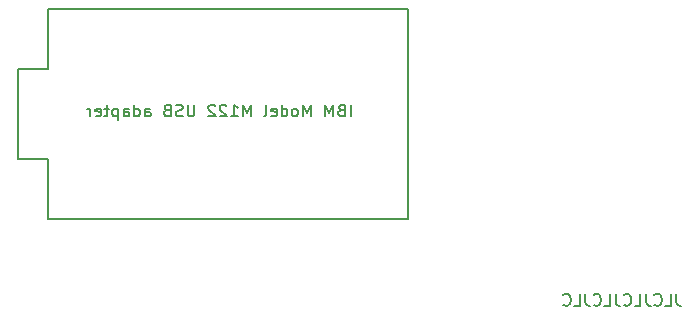
<source format=gbr>
%TF.GenerationSoftware,KiCad,Pcbnew,5.1.8-5.1.8*%
%TF.CreationDate,2021-05-07T16:54:23+02:00*%
%TF.ProjectId,modelMterminalAdapter,6d6f6465-6c4d-4746-9572-6d696e616c41,rev?*%
%TF.SameCoordinates,Original*%
%TF.FileFunction,Legend,Bot*%
%TF.FilePolarity,Positive*%
%FSLAX46Y46*%
G04 Gerber Fmt 4.6, Leading zero omitted, Abs format (unit mm)*
G04 Created by KiCad (PCBNEW 5.1.8-5.1.8) date 2021-05-07 16:54:23*
%MOMM*%
%LPD*%
G01*
G04 APERTURE LIST*
%ADD10C,0.150000*%
G04 APERTURE END LIST*
D10*
X112019047Y-97652380D02*
X112019047Y-98366666D01*
X112066666Y-98509523D01*
X112161904Y-98604761D01*
X112304761Y-98652380D01*
X112400000Y-98652380D01*
X111066666Y-98652380D02*
X111542857Y-98652380D01*
X111542857Y-97652380D01*
X110161904Y-98557142D02*
X110209523Y-98604761D01*
X110352380Y-98652380D01*
X110447619Y-98652380D01*
X110590476Y-98604761D01*
X110685714Y-98509523D01*
X110733333Y-98414285D01*
X110780952Y-98223809D01*
X110780952Y-98080952D01*
X110733333Y-97890476D01*
X110685714Y-97795238D01*
X110590476Y-97700000D01*
X110447619Y-97652380D01*
X110352380Y-97652380D01*
X110209523Y-97700000D01*
X110161904Y-97747619D01*
X109447619Y-97652380D02*
X109447619Y-98366666D01*
X109495238Y-98509523D01*
X109590476Y-98604761D01*
X109733333Y-98652380D01*
X109828571Y-98652380D01*
X108495238Y-98652380D02*
X108971428Y-98652380D01*
X108971428Y-97652380D01*
X107590476Y-98557142D02*
X107638095Y-98604761D01*
X107780952Y-98652380D01*
X107876190Y-98652380D01*
X108019047Y-98604761D01*
X108114285Y-98509523D01*
X108161904Y-98414285D01*
X108209523Y-98223809D01*
X108209523Y-98080952D01*
X108161904Y-97890476D01*
X108114285Y-97795238D01*
X108019047Y-97700000D01*
X107876190Y-97652380D01*
X107780952Y-97652380D01*
X107638095Y-97700000D01*
X107590476Y-97747619D01*
X106876190Y-97652380D02*
X106876190Y-98366666D01*
X106923809Y-98509523D01*
X107019047Y-98604761D01*
X107161904Y-98652380D01*
X107257142Y-98652380D01*
X105923809Y-98652380D02*
X106400000Y-98652380D01*
X106400000Y-97652380D01*
X105019047Y-98557142D02*
X105066666Y-98604761D01*
X105209523Y-98652380D01*
X105304761Y-98652380D01*
X105447619Y-98604761D01*
X105542857Y-98509523D01*
X105590476Y-98414285D01*
X105638095Y-98223809D01*
X105638095Y-98080952D01*
X105590476Y-97890476D01*
X105542857Y-97795238D01*
X105447619Y-97700000D01*
X105304761Y-97652380D01*
X105209523Y-97652380D01*
X105066666Y-97700000D01*
X105019047Y-97747619D01*
X104304761Y-97652380D02*
X104304761Y-98366666D01*
X104352380Y-98509523D01*
X104447619Y-98604761D01*
X104590476Y-98652380D01*
X104685714Y-98652380D01*
X103352380Y-98652380D02*
X103828571Y-98652380D01*
X103828571Y-97652380D01*
X102447619Y-98557142D02*
X102495238Y-98604761D01*
X102638095Y-98652380D01*
X102733333Y-98652380D01*
X102876190Y-98604761D01*
X102971428Y-98509523D01*
X103019047Y-98414285D01*
X103066666Y-98223809D01*
X103066666Y-98080952D01*
X103019047Y-97890476D01*
X102971428Y-97795238D01*
X102876190Y-97700000D01*
X102733333Y-97652380D01*
X102638095Y-97652380D01*
X102495238Y-97700000D01*
X102447619Y-97747619D01*
X84445238Y-82632380D02*
X84445238Y-81632380D01*
X83635714Y-82108571D02*
X83492857Y-82156190D01*
X83445238Y-82203809D01*
X83397619Y-82299047D01*
X83397619Y-82441904D01*
X83445238Y-82537142D01*
X83492857Y-82584761D01*
X83588095Y-82632380D01*
X83969047Y-82632380D01*
X83969047Y-81632380D01*
X83635714Y-81632380D01*
X83540476Y-81680000D01*
X83492857Y-81727619D01*
X83445238Y-81822857D01*
X83445238Y-81918095D01*
X83492857Y-82013333D01*
X83540476Y-82060952D01*
X83635714Y-82108571D01*
X83969047Y-82108571D01*
X82969047Y-82632380D02*
X82969047Y-81632380D01*
X82635714Y-82346666D01*
X82302380Y-81632380D01*
X82302380Y-82632380D01*
X81064285Y-82632380D02*
X81064285Y-81632380D01*
X80730952Y-82346666D01*
X80397619Y-81632380D01*
X80397619Y-82632380D01*
X79778571Y-82632380D02*
X79873809Y-82584761D01*
X79921428Y-82537142D01*
X79969047Y-82441904D01*
X79969047Y-82156190D01*
X79921428Y-82060952D01*
X79873809Y-82013333D01*
X79778571Y-81965714D01*
X79635714Y-81965714D01*
X79540476Y-82013333D01*
X79492857Y-82060952D01*
X79445238Y-82156190D01*
X79445238Y-82441904D01*
X79492857Y-82537142D01*
X79540476Y-82584761D01*
X79635714Y-82632380D01*
X79778571Y-82632380D01*
X78588095Y-82632380D02*
X78588095Y-81632380D01*
X78588095Y-82584761D02*
X78683333Y-82632380D01*
X78873809Y-82632380D01*
X78969047Y-82584761D01*
X79016666Y-82537142D01*
X79064285Y-82441904D01*
X79064285Y-82156190D01*
X79016666Y-82060952D01*
X78969047Y-82013333D01*
X78873809Y-81965714D01*
X78683333Y-81965714D01*
X78588095Y-82013333D01*
X77730952Y-82584761D02*
X77826190Y-82632380D01*
X78016666Y-82632380D01*
X78111904Y-82584761D01*
X78159523Y-82489523D01*
X78159523Y-82108571D01*
X78111904Y-82013333D01*
X78016666Y-81965714D01*
X77826190Y-81965714D01*
X77730952Y-82013333D01*
X77683333Y-82108571D01*
X77683333Y-82203809D01*
X78159523Y-82299047D01*
X77111904Y-82632380D02*
X77207142Y-82584761D01*
X77254761Y-82489523D01*
X77254761Y-81632380D01*
X75969047Y-82632380D02*
X75969047Y-81632380D01*
X75635714Y-82346666D01*
X75302380Y-81632380D01*
X75302380Y-82632380D01*
X74302380Y-82632380D02*
X74873809Y-82632380D01*
X74588095Y-82632380D02*
X74588095Y-81632380D01*
X74683333Y-81775238D01*
X74778571Y-81870476D01*
X74873809Y-81918095D01*
X73921428Y-81727619D02*
X73873809Y-81680000D01*
X73778571Y-81632380D01*
X73540476Y-81632380D01*
X73445238Y-81680000D01*
X73397619Y-81727619D01*
X73350000Y-81822857D01*
X73350000Y-81918095D01*
X73397619Y-82060952D01*
X73969047Y-82632380D01*
X73350000Y-82632380D01*
X72969047Y-81727619D02*
X72921428Y-81680000D01*
X72826190Y-81632380D01*
X72588095Y-81632380D01*
X72492857Y-81680000D01*
X72445238Y-81727619D01*
X72397619Y-81822857D01*
X72397619Y-81918095D01*
X72445238Y-82060952D01*
X73016666Y-82632380D01*
X72397619Y-82632380D01*
X71207142Y-81632380D02*
X71207142Y-82441904D01*
X71159523Y-82537142D01*
X71111904Y-82584761D01*
X71016666Y-82632380D01*
X70826190Y-82632380D01*
X70730952Y-82584761D01*
X70683333Y-82537142D01*
X70635714Y-82441904D01*
X70635714Y-81632380D01*
X70207142Y-82584761D02*
X70064285Y-82632380D01*
X69826190Y-82632380D01*
X69730952Y-82584761D01*
X69683333Y-82537142D01*
X69635714Y-82441904D01*
X69635714Y-82346666D01*
X69683333Y-82251428D01*
X69730952Y-82203809D01*
X69826190Y-82156190D01*
X70016666Y-82108571D01*
X70111904Y-82060952D01*
X70159523Y-82013333D01*
X70207142Y-81918095D01*
X70207142Y-81822857D01*
X70159523Y-81727619D01*
X70111904Y-81680000D01*
X70016666Y-81632380D01*
X69778571Y-81632380D01*
X69635714Y-81680000D01*
X68873809Y-82108571D02*
X68730952Y-82156190D01*
X68683333Y-82203809D01*
X68635714Y-82299047D01*
X68635714Y-82441904D01*
X68683333Y-82537142D01*
X68730952Y-82584761D01*
X68826190Y-82632380D01*
X69207142Y-82632380D01*
X69207142Y-81632380D01*
X68873809Y-81632380D01*
X68778571Y-81680000D01*
X68730952Y-81727619D01*
X68683333Y-81822857D01*
X68683333Y-81918095D01*
X68730952Y-82013333D01*
X68778571Y-82060952D01*
X68873809Y-82108571D01*
X69207142Y-82108571D01*
X67016666Y-82632380D02*
X67016666Y-82108571D01*
X67064285Y-82013333D01*
X67159523Y-81965714D01*
X67350000Y-81965714D01*
X67445238Y-82013333D01*
X67016666Y-82584761D02*
X67111904Y-82632380D01*
X67350000Y-82632380D01*
X67445238Y-82584761D01*
X67492857Y-82489523D01*
X67492857Y-82394285D01*
X67445238Y-82299047D01*
X67350000Y-82251428D01*
X67111904Y-82251428D01*
X67016666Y-82203809D01*
X66111904Y-82632380D02*
X66111904Y-81632380D01*
X66111904Y-82584761D02*
X66207142Y-82632380D01*
X66397619Y-82632380D01*
X66492857Y-82584761D01*
X66540476Y-82537142D01*
X66588095Y-82441904D01*
X66588095Y-82156190D01*
X66540476Y-82060952D01*
X66492857Y-82013333D01*
X66397619Y-81965714D01*
X66207142Y-81965714D01*
X66111904Y-82013333D01*
X65207142Y-82632380D02*
X65207142Y-82108571D01*
X65254761Y-82013333D01*
X65350000Y-81965714D01*
X65540476Y-81965714D01*
X65635714Y-82013333D01*
X65207142Y-82584761D02*
X65302380Y-82632380D01*
X65540476Y-82632380D01*
X65635714Y-82584761D01*
X65683333Y-82489523D01*
X65683333Y-82394285D01*
X65635714Y-82299047D01*
X65540476Y-82251428D01*
X65302380Y-82251428D01*
X65207142Y-82203809D01*
X64730952Y-81965714D02*
X64730952Y-82965714D01*
X64730952Y-82013333D02*
X64635714Y-81965714D01*
X64445238Y-81965714D01*
X64350000Y-82013333D01*
X64302380Y-82060952D01*
X64254761Y-82156190D01*
X64254761Y-82441904D01*
X64302380Y-82537142D01*
X64350000Y-82584761D01*
X64445238Y-82632380D01*
X64635714Y-82632380D01*
X64730952Y-82584761D01*
X63969047Y-81965714D02*
X63588095Y-81965714D01*
X63826190Y-81632380D02*
X63826190Y-82489523D01*
X63778571Y-82584761D01*
X63683333Y-82632380D01*
X63588095Y-82632380D01*
X62873809Y-82584761D02*
X62969047Y-82632380D01*
X63159523Y-82632380D01*
X63254761Y-82584761D01*
X63302380Y-82489523D01*
X63302380Y-82108571D01*
X63254761Y-82013333D01*
X63159523Y-81965714D01*
X62969047Y-81965714D01*
X62873809Y-82013333D01*
X62826190Y-82108571D01*
X62826190Y-82203809D01*
X63302380Y-82299047D01*
X62397619Y-82632380D02*
X62397619Y-81965714D01*
X62397619Y-82156190D02*
X62350000Y-82060952D01*
X62302380Y-82013333D01*
X62207142Y-81965714D01*
X62111904Y-81965714D01*
%TO.C,U1*%
X89252000Y-73508000D02*
X89252000Y-91288000D01*
X89252000Y-91288000D02*
X58772000Y-91288000D01*
X58772000Y-91288000D02*
X58772000Y-86208000D01*
X58772000Y-86208000D02*
X56232000Y-86208000D01*
X56232000Y-86208000D02*
X56232000Y-78588000D01*
X56232000Y-78588000D02*
X58772000Y-78588000D01*
X58772000Y-78588000D02*
X58772000Y-73508000D01*
X58772000Y-73508000D02*
X89252000Y-73508000D01*
%TD*%
M02*

</source>
